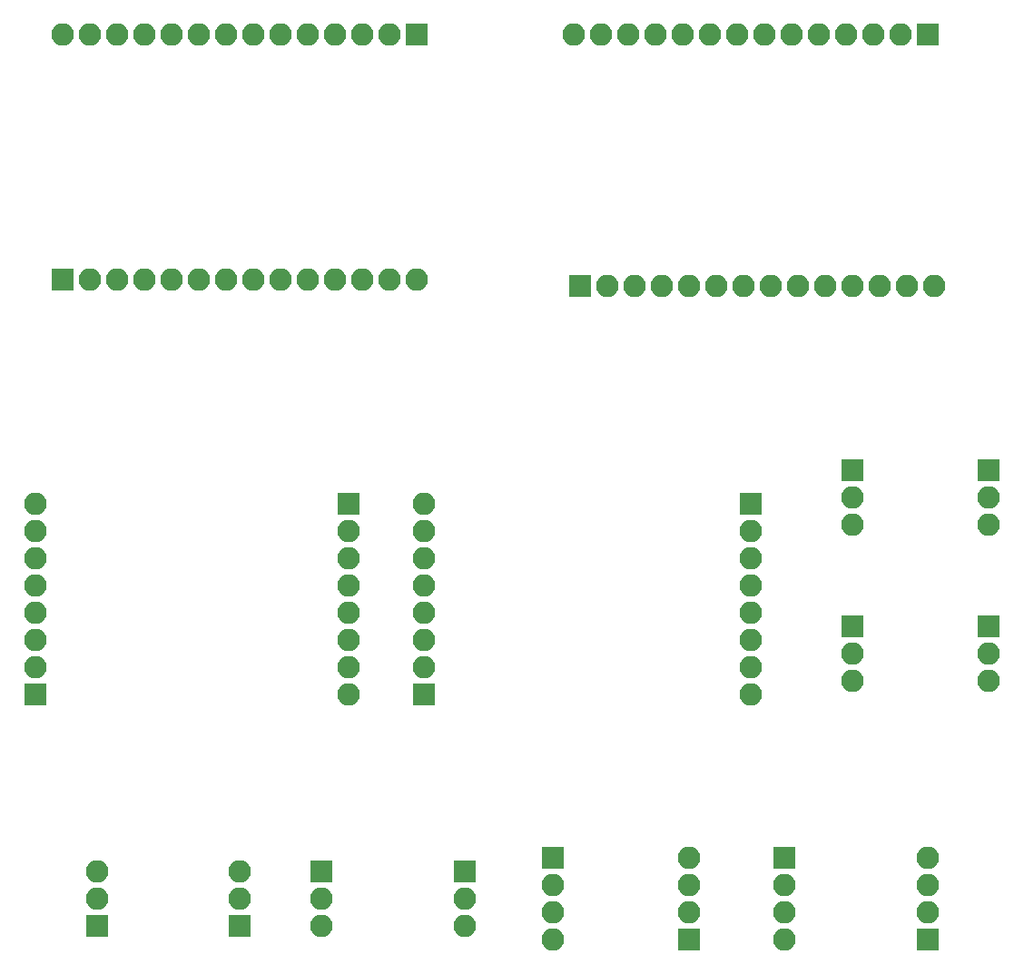
<source format=gbr>
G04 #@! TF.FileFunction,Soldermask,Bot*
%FSLAX46Y46*%
G04 Gerber Fmt 4.6, Leading zero omitted, Abs format (unit mm)*
G04 Created by KiCad (PCBNEW 4.0.7) date 02/20/18 21:57:51*
%MOMM*%
%LPD*%
G01*
G04 APERTURE LIST*
%ADD10C,0.100000*%
%ADD11R,2.100000X2.100000*%
%ADD12O,2.100000X2.100000*%
G04 APERTURE END LIST*
D10*
D11*
X54610000Y-24765000D03*
D12*
X52070000Y-24765000D03*
X49530000Y-24765000D03*
X46990000Y-24765000D03*
X44450000Y-24765000D03*
X41910000Y-24765000D03*
X39370000Y-24765000D03*
X36830000Y-24765000D03*
X34290000Y-24765000D03*
X31750000Y-24765000D03*
X29210000Y-24765000D03*
X26670000Y-24765000D03*
X24130000Y-24765000D03*
X21590000Y-24765000D03*
D11*
X21590000Y-47625000D03*
D12*
X24130000Y-47625000D03*
X26670000Y-47625000D03*
X29210000Y-47625000D03*
X31750000Y-47625000D03*
X34290000Y-47625000D03*
X36830000Y-47625000D03*
X39370000Y-47625000D03*
X41910000Y-47625000D03*
X44450000Y-47625000D03*
X46990000Y-47625000D03*
X49530000Y-47625000D03*
X52070000Y-47625000D03*
X54610000Y-47625000D03*
D11*
X21590000Y-47625000D03*
D12*
X24130000Y-47625000D03*
X26670000Y-47625000D03*
X29210000Y-47625000D03*
X31750000Y-47625000D03*
X34290000Y-47625000D03*
X36830000Y-47625000D03*
X39370000Y-47625000D03*
X41910000Y-47625000D03*
X44450000Y-47625000D03*
X46990000Y-47625000D03*
X49530000Y-47625000D03*
X52070000Y-47625000D03*
X54610000Y-47625000D03*
D11*
X54610000Y-24765000D03*
D12*
X52070000Y-24765000D03*
X49530000Y-24765000D03*
X46990000Y-24765000D03*
X44450000Y-24765000D03*
X41910000Y-24765000D03*
X39370000Y-24765000D03*
X36830000Y-24765000D03*
X34290000Y-24765000D03*
X31750000Y-24765000D03*
X29210000Y-24765000D03*
X26670000Y-24765000D03*
X24130000Y-24765000D03*
X21590000Y-24765000D03*
D11*
X95250000Y-65405000D03*
D12*
X95250000Y-67945000D03*
X95250000Y-70485000D03*
D11*
X19050000Y-86360000D03*
D12*
X19050000Y-83820000D03*
X19050000Y-81280000D03*
X19050000Y-78740000D03*
X19050000Y-76200000D03*
X19050000Y-73660000D03*
X19050000Y-71120000D03*
X19050000Y-68580000D03*
D11*
X107950000Y-65405000D03*
D12*
X107950000Y-67945000D03*
X107950000Y-70485000D03*
D11*
X48260000Y-68580000D03*
D12*
X48260000Y-71120000D03*
X48260000Y-73660000D03*
X48260000Y-76200000D03*
X48260000Y-78740000D03*
X48260000Y-81280000D03*
X48260000Y-83820000D03*
X48260000Y-86360000D03*
D11*
X69850000Y-48260000D03*
D12*
X72390000Y-48260000D03*
X74930000Y-48260000D03*
X77470000Y-48260000D03*
X80010000Y-48260000D03*
X82550000Y-48260000D03*
X85090000Y-48260000D03*
X87630000Y-48260000D03*
X90170000Y-48260000D03*
X92710000Y-48260000D03*
X95250000Y-48260000D03*
X97790000Y-48260000D03*
X100330000Y-48260000D03*
X102870000Y-48260000D03*
D11*
X102235000Y-24765000D03*
D12*
X99695000Y-24765000D03*
X97155000Y-24765000D03*
X94615000Y-24765000D03*
X92075000Y-24765000D03*
X89535000Y-24765000D03*
X86995000Y-24765000D03*
X84455000Y-24765000D03*
X81915000Y-24765000D03*
X79375000Y-24765000D03*
X76835000Y-24765000D03*
X74295000Y-24765000D03*
X71755000Y-24765000D03*
X69215000Y-24765000D03*
D11*
X95250000Y-80010000D03*
D12*
X95250000Y-82550000D03*
X95250000Y-85090000D03*
D11*
X55245000Y-86360000D03*
D12*
X55245000Y-83820000D03*
X55245000Y-81280000D03*
X55245000Y-78740000D03*
X55245000Y-76200000D03*
X55245000Y-73660000D03*
X55245000Y-71120000D03*
X55245000Y-68580000D03*
D11*
X107950000Y-80010000D03*
D12*
X107950000Y-82550000D03*
X107950000Y-85090000D03*
D11*
X45720000Y-102870000D03*
D12*
X45720000Y-105410000D03*
X45720000Y-107950000D03*
D11*
X38100000Y-107950000D03*
D12*
X38100000Y-105410000D03*
X38100000Y-102870000D03*
D11*
X85725000Y-68580000D03*
D12*
X85725000Y-71120000D03*
X85725000Y-73660000D03*
X85725000Y-76200000D03*
X85725000Y-78740000D03*
X85725000Y-81280000D03*
X85725000Y-83820000D03*
X85725000Y-86360000D03*
D11*
X59055000Y-102870000D03*
D12*
X59055000Y-105410000D03*
X59055000Y-107950000D03*
D11*
X24765000Y-107950000D03*
D12*
X24765000Y-105410000D03*
X24765000Y-102870000D03*
D11*
X80010000Y-109220000D03*
D12*
X80010000Y-106680000D03*
X80010000Y-104140000D03*
X80010000Y-101600000D03*
D11*
X67310000Y-101600000D03*
D12*
X67310000Y-104140000D03*
X67310000Y-106680000D03*
X67310000Y-109220000D03*
D11*
X102235000Y-109220000D03*
D12*
X102235000Y-106680000D03*
X102235000Y-104140000D03*
X102235000Y-101600000D03*
D11*
X88900000Y-101600000D03*
D12*
X88900000Y-104140000D03*
X88900000Y-106680000D03*
X88900000Y-109220000D03*
M02*

</source>
